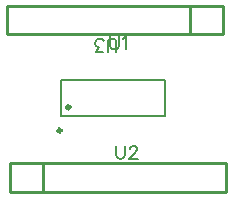
<source format=gto>
G04 Layer: TopSilkscreenLayer*
G04 EasyEDA v6.5.40, 2024-02-10 14:23:07*
G04 920af416a4634d2f84d90c69535d52c0,a04e6fd86ffa40b896be462553146460,10*
G04 Gerber Generator version 0.2*
G04 Scale: 100 percent, Rotated: No, Reflected: No *
G04 Dimensions in millimeters *
G04 leading zeros omitted , absolute positions ,4 integer and 5 decimal *
%FSLAX45Y45*%
%MOMM*%

%ADD10C,0.1524*%
%ADD11C,0.2540*%
%ADD12C,0.3000*%

%LPD*%
D10*
X1066800Y521715D02*
G01*
X1066800Y443737D01*
X1071879Y428244D01*
X1082294Y417829D01*
X1098042Y412750D01*
X1108455Y412750D01*
X1123950Y417829D01*
X1134363Y428244D01*
X1139444Y443737D01*
X1139444Y521715D01*
X1179068Y495807D02*
G01*
X1179068Y500887D01*
X1184147Y511302D01*
X1189481Y516636D01*
X1199895Y521715D01*
X1220470Y521715D01*
X1230884Y516636D01*
X1236218Y511302D01*
X1241297Y500887D01*
X1241297Y490473D01*
X1236218Y480060D01*
X1225804Y464565D01*
X1173734Y412750D01*
X1246631Y412750D01*
X1066800Y1319784D02*
G01*
X1066800Y1397762D01*
X1061720Y1413255D01*
X1051305Y1423670D01*
X1035557Y1428750D01*
X1025144Y1428750D01*
X1009650Y1423670D01*
X999236Y1413255D01*
X994155Y1397762D01*
X994155Y1319784D01*
X949452Y1319784D02*
G01*
X892302Y1319784D01*
X923289Y1361439D01*
X907795Y1361439D01*
X897381Y1366520D01*
X892302Y1371600D01*
X886968Y1387347D01*
X886968Y1397762D01*
X892302Y1413255D01*
X902715Y1423670D01*
X918210Y1428750D01*
X933704Y1428750D01*
X949452Y1423670D01*
X954531Y1418589D01*
X959865Y1408176D01*
X1016000Y1448815D02*
G01*
X1016000Y1370837D01*
X1021079Y1355344D01*
X1031494Y1344929D01*
X1047242Y1339850D01*
X1057655Y1339850D01*
X1073150Y1344929D01*
X1083563Y1355344D01*
X1088644Y1370837D01*
X1088644Y1448815D01*
X1122934Y1427987D02*
G01*
X1133347Y1433321D01*
X1149095Y1448815D01*
X1149095Y1339850D01*
D11*
X444500Y368300D02*
G01*
X444500Y139700D01*
X166496Y373989D02*
G01*
X1992502Y373989D01*
X1992502Y133985D01*
X166496Y133985D01*
X166496Y373989D01*
X1689100Y1473200D02*
G01*
X1689100Y1701800D01*
X1967102Y1467510D02*
G01*
X141096Y1467510D01*
X141096Y1707514D01*
X1967102Y1707514D01*
X1967102Y1467510D01*
D10*
X601278Y774959D02*
G01*
X601278Y1079240D01*
X1481521Y1079240D01*
X1481521Y774959D01*
X601278Y774959D01*
D12*
G75*
G01
X675411Y850189D02*
G03X675411Y850189I-15011J0D01*
G75*
G01
X600431Y653720D02*
G03X600431Y653720I-15011J0D01*
M02*

</source>
